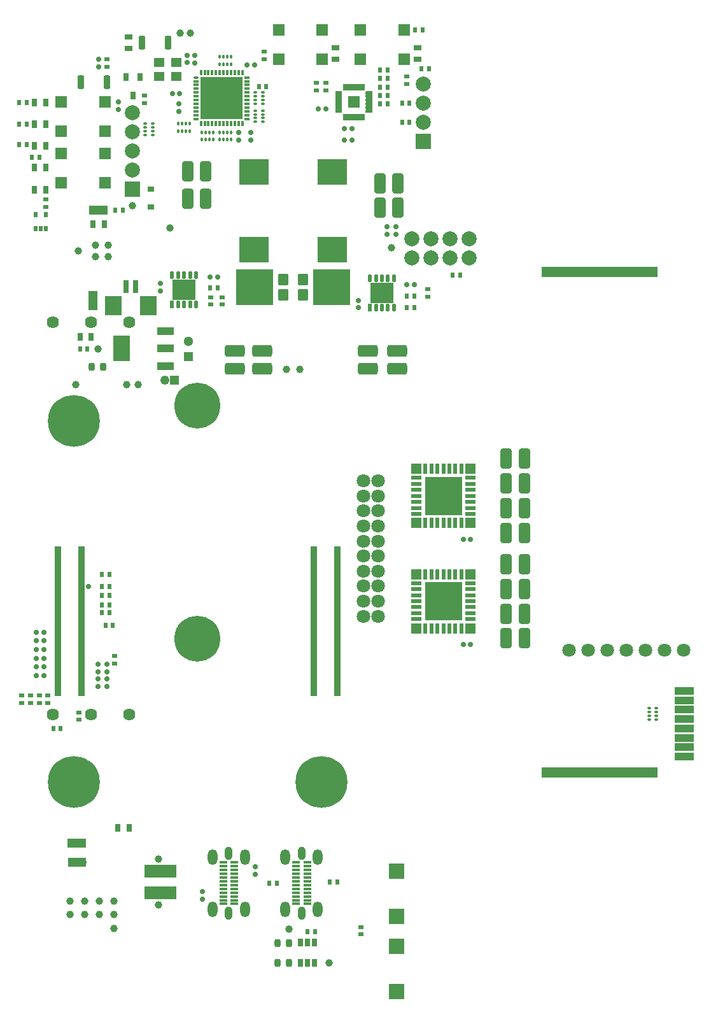
<source format=gts>
G04*
G04 #@! TF.GenerationSoftware,Altium Limited,Altium Designer,24.8.2 (39)*
G04*
G04 Layer_Color=8388736*
%FSLAX43Y43*%
%MOMM*%
G71*
G04*
G04 #@! TF.SameCoordinates,7EB9D47B-AFC8-475C-A275-96F075C7C5C9*
G04*
G04*
G04 #@! TF.FilePolarity,Negative*
G04*
G01*
G75*
%ADD20R,3.100X1.700*%
%ADD21R,1.300X2.550*%
%ADD22R,2.350X1.300*%
%ADD23R,2.900X0.925*%
%ADD24R,0.925X2.900*%
%ADD25R,0.850X19.925*%
%ADD26R,0.825X19.925*%
%ADD27R,0.825X19.925*%
%ADD28R,15.400X1.400*%
%ADD29R,1.050X0.400*%
%ADD30R,0.811X0.329*%
G04:AMPARAMS|DCode=31|XSize=0.6mm|YSize=0.7mm|CornerRadius=0.175mm|HoleSize=0mm|Usage=FLASHONLY|Rotation=180.000|XOffset=0mm|YOffset=0mm|HoleType=Round|Shape=RoundedRectangle|*
%AMROUNDEDRECTD31*
21,1,0.600,0.350,0,0,180.0*
21,1,0.250,0.700,0,0,180.0*
1,1,0.350,-0.125,0.175*
1,1,0.350,0.125,0.175*
1,1,0.350,0.125,-0.175*
1,1,0.350,-0.125,-0.175*
%
%ADD31ROUNDEDRECTD31*%
G04:AMPARAMS|DCode=32|XSize=1.6mm|YSize=2.7mm|CornerRadius=0.425mm|HoleSize=0mm|Usage=FLASHONLY|Rotation=180.000|XOffset=0mm|YOffset=0mm|HoleType=Round|Shape=RoundedRectangle|*
%AMROUNDEDRECTD32*
21,1,1.600,1.850,0,0,180.0*
21,1,0.750,2.700,0,0,180.0*
1,1,0.850,-0.375,0.925*
1,1,0.850,0.375,0.925*
1,1,0.850,0.375,-0.925*
1,1,0.850,-0.375,-0.925*
%
%ADD32ROUNDEDRECTD32*%
G04:AMPARAMS|DCode=33|XSize=0.6mm|YSize=0.7mm|CornerRadius=0.175mm|HoleSize=0mm|Usage=FLASHONLY|Rotation=90.000|XOffset=0mm|YOffset=0mm|HoleType=Round|Shape=RoundedRectangle|*
%AMROUNDEDRECTD33*
21,1,0.600,0.350,0,0,90.0*
21,1,0.250,0.700,0,0,90.0*
1,1,0.350,0.175,0.125*
1,1,0.350,0.175,-0.125*
1,1,0.350,-0.175,-0.125*
1,1,0.350,-0.175,0.125*
%
%ADD33ROUNDEDRECTD33*%
G04:AMPARAMS|DCode=34|XSize=0.8mm|YSize=1.1mm|CornerRadius=0.225mm|HoleSize=0mm|Usage=FLASHONLY|Rotation=0.000|XOffset=0mm|YOffset=0mm|HoleType=Round|Shape=RoundedRectangle|*
%AMROUNDEDRECTD34*
21,1,0.800,0.650,0,0,0.0*
21,1,0.350,1.100,0,0,0.0*
1,1,0.450,0.175,-0.325*
1,1,0.450,-0.175,-0.325*
1,1,0.450,-0.175,0.325*
1,1,0.450,0.175,0.325*
%
%ADD34ROUNDEDRECTD34*%
G04:AMPARAMS|DCode=35|XSize=1.6mm|YSize=2.7mm|CornerRadius=0.425mm|HoleSize=0mm|Usage=FLASHONLY|Rotation=90.000|XOffset=0mm|YOffset=0mm|HoleType=Round|Shape=RoundedRectangle|*
%AMROUNDEDRECTD35*
21,1,1.600,1.850,0,0,90.0*
21,1,0.750,2.700,0,0,90.0*
1,1,0.850,0.925,0.375*
1,1,0.850,0.925,-0.375*
1,1,0.850,-0.925,-0.375*
1,1,0.850,-0.925,0.375*
%
%ADD35ROUNDEDRECTD35*%
%ADD36R,1.400X1.200*%
%ADD37R,2.600X1.100*%
%ADD38R,2.300X2.600*%
%ADD39R,0.700X1.800*%
%ADD40R,1.200X1.700*%
%ADD41R,0.350X1.600*%
%ADD42R,0.550X1.600*%
%ADD43R,0.750X1.050*%
%ADD44R,0.800X1.100*%
%ADD45R,1.100X0.800*%
%ADD46R,0.900X0.700*%
G04:AMPARAMS|DCode=47|XSize=1.8mm|YSize=0.9mm|CornerRadius=0.25mm|HoleSize=0mm|Usage=FLASHONLY|Rotation=90.000|XOffset=0mm|YOffset=0mm|HoleType=Round|Shape=RoundedRectangle|*
%AMROUNDEDRECTD47*
21,1,1.800,0.400,0,0,90.0*
21,1,1.300,0.900,0,0,90.0*
1,1,0.500,0.200,0.650*
1,1,0.500,0.200,-0.650*
1,1,0.500,-0.200,-0.650*
1,1,0.500,-0.200,0.650*
%
%ADD47ROUNDEDRECTD47*%
%ADD48R,1.500X1.500*%
%ADD49R,2.100X2.100*%
%ADD50R,0.600X0.700*%
%ADD51R,0.700X0.600*%
G04:AMPARAMS|DCode=52|XSize=0.35mm|YSize=0.5mm|CornerRadius=0.113mm|HoleSize=0mm|Usage=FLASHONLY|Rotation=90.000|XOffset=0mm|YOffset=0mm|HoleType=Round|Shape=RoundedRectangle|*
%AMROUNDEDRECTD52*
21,1,0.350,0.275,0,0,90.0*
21,1,0.125,0.500,0,0,90.0*
1,1,0.225,0.138,0.063*
1,1,0.225,0.138,-0.063*
1,1,0.225,-0.138,-0.063*
1,1,0.225,-0.138,0.063*
%
%ADD52ROUNDEDRECTD52*%
G04:AMPARAMS|DCode=53|XSize=0.35mm|YSize=0.5mm|CornerRadius=0.113mm|HoleSize=0mm|Usage=FLASHONLY|Rotation=0.000|XOffset=0mm|YOffset=0mm|HoleType=Round|Shape=RoundedRectangle|*
%AMROUNDEDRECTD53*
21,1,0.350,0.275,0,0,0.0*
21,1,0.125,0.500,0,0,0.0*
1,1,0.225,0.063,-0.138*
1,1,0.225,-0.063,-0.138*
1,1,0.225,-0.063,0.138*
1,1,0.225,0.063,0.138*
%
%ADD53ROUNDEDRECTD53*%
%ADD54R,4.000X3.400*%
%ADD55R,1.600X1.600*%
%ADD56R,0.900X0.400*%
%ADD57R,0.400X0.900*%
%ADD58R,0.600X1.400*%
%ADD59R,1.400X1.400*%
%ADD60R,1.400X0.600*%
%ADD61R,1.400X1.400*%
%ADD62R,5.000X5.200*%
%ADD63R,2.250X3.400*%
%ADD64R,2.250X1.100*%
%ADD65R,5.700X5.700*%
G04:AMPARAMS|DCode=66|XSize=0.4mm|YSize=0.65mm|CornerRadius=0.125mm|HoleSize=0mm|Usage=FLASHONLY|Rotation=90.000|XOffset=0mm|YOffset=0mm|HoleType=Round|Shape=RoundedRectangle|*
%AMROUNDEDRECTD66*
21,1,0.400,0.400,0,0,90.0*
21,1,0.150,0.650,0,0,90.0*
1,1,0.250,0.200,0.075*
1,1,0.250,0.200,-0.075*
1,1,0.250,-0.200,-0.075*
1,1,0.250,-0.200,0.075*
%
%ADD66ROUNDEDRECTD66*%
%ADD67R,0.400X0.650*%
%ADD68R,0.650X0.400*%
%ADD69R,0.700X1.100*%
G04:AMPARAMS|DCode=70|XSize=4.9mm|YSize=4.82mm|CornerRadius=0.074mm|HoleSize=0mm|Usage=FLASHONLY|Rotation=0.000|XOffset=0mm|YOffset=0mm|HoleType=Round|Shape=RoundedRectangle|*
%AMROUNDEDRECTD70*
21,1,4.900,4.673,0,0,0.0*
21,1,4.753,4.820,0,0,0.0*
1,1,0.147,2.376,-2.336*
1,1,0.147,-2.376,-2.336*
1,1,0.147,-2.376,2.336*
1,1,0.147,2.376,2.336*
%
%ADD70ROUNDEDRECTD70*%
G04:AMPARAMS|DCode=71|XSize=1.5mm|YSize=1.37mm|CornerRadius=0.056mm|HoleSize=0mm|Usage=FLASHONLY|Rotation=90.000|XOffset=0mm|YOffset=0mm|HoleType=Round|Shape=RoundedRectangle|*
%AMROUNDEDRECTD71*
21,1,1.500,1.257,0,0,90.0*
21,1,1.387,1.370,0,0,90.0*
1,1,0.113,0.629,0.694*
1,1,0.113,0.629,-0.694*
1,1,0.113,-0.629,-0.694*
1,1,0.113,-0.629,0.694*
%
%ADD71ROUNDEDRECTD71*%
G04:AMPARAMS|DCode=72|XSize=0.51mm|YSize=1.01mm|CornerRadius=0.124mm|HoleSize=0mm|Usage=FLASHONLY|Rotation=180.000|XOffset=0mm|YOffset=0mm|HoleType=Round|Shape=RoundedRectangle|*
%AMROUNDEDRECTD72*
21,1,0.510,0.763,0,0,180.0*
21,1,0.263,1.010,0,0,180.0*
1,1,0.248,-0.131,0.381*
1,1,0.248,0.131,0.381*
1,1,0.248,0.131,-0.381*
1,1,0.248,-0.131,-0.381*
%
%ADD72ROUNDEDRECTD72*%
%ADD73R,0.510X1.010*%
%ADD74R,3.100X2.700*%
%ADD75R,0.520X0.700*%
%ADD76O,1.000X1.800*%
%ADD77O,1.300X2.100*%
%ADD78C,6.900*%
%ADD79C,2.000*%
%ADD80R,2.000X2.000*%
%ADD81C,1.800*%
%ADD82C,0.950*%
%ADD83R,0.950X0.950*%
%ADD84C,1.300*%
%ADD85R,1.300X1.300*%
%ADD86C,1.000*%
%ADD87C,1.220*%
%ADD88R,1.220X1.220*%
%ADD89C,0.100*%
%ADD90C,1.624*%
%ADD91R,1.220X1.220*%
%ADD92C,6.100*%
%ADD93C,0.700*%
D20*
X20000Y20375D02*
D03*
X20000Y17550D02*
D03*
D21*
X11600Y96300D02*
D03*
D22*
X12275Y108275D02*
D03*
X9500Y21575D02*
D03*
X9475Y24125D02*
D03*
D23*
X46277Y120633D02*
D03*
X46270Y124664D02*
D03*
D24*
X48290Y122661D02*
D03*
X44263Y122650D02*
D03*
D25*
X44075Y53638D02*
D03*
D26*
X40987D02*
D03*
D27*
X10038D02*
D03*
X6963D02*
D03*
D28*
X79000Y33504D02*
D03*
Y100100D02*
D03*
D29*
X40085Y18550D02*
D03*
Y18050D02*
D03*
Y17550D02*
D03*
Y17050D02*
D03*
Y16550D02*
D03*
Y16050D02*
D03*
Y21550D02*
D03*
Y21050D02*
D03*
Y20550D02*
D03*
Y20050D02*
D03*
Y19550D02*
D03*
Y19050D02*
D03*
X38575Y18550D02*
D03*
Y18050D02*
D03*
Y17550D02*
D03*
Y17050D02*
D03*
Y16550D02*
D03*
Y16050D02*
D03*
Y21550D02*
D03*
Y21050D02*
D03*
Y20550D02*
D03*
Y20050D02*
D03*
Y19550D02*
D03*
Y19050D02*
D03*
X28900D02*
D03*
Y19550D02*
D03*
Y20050D02*
D03*
Y20550D02*
D03*
Y21050D02*
D03*
Y21550D02*
D03*
Y16050D02*
D03*
Y16550D02*
D03*
Y17050D02*
D03*
Y17550D02*
D03*
Y18050D02*
D03*
Y18550D02*
D03*
X30410Y19050D02*
D03*
Y19550D02*
D03*
Y20050D02*
D03*
Y20550D02*
D03*
Y21050D02*
D03*
Y21550D02*
D03*
Y16050D02*
D03*
Y16550D02*
D03*
Y17050D02*
D03*
Y17550D02*
D03*
Y18050D02*
D03*
Y18550D02*
D03*
D30*
X10030Y60643D02*
D03*
X6950Y61042D02*
D03*
X10030D02*
D03*
Y46643D02*
D03*
Y45842D02*
D03*
Y45043D02*
D03*
Y44243D02*
D03*
Y46243D02*
D03*
Y44643D02*
D03*
Y47042D02*
D03*
Y47443D02*
D03*
Y47843D02*
D03*
Y48243D02*
D03*
Y43843D02*
D03*
Y45443D02*
D03*
Y48643D02*
D03*
Y49842D02*
D03*
Y50243D02*
D03*
Y50643D02*
D03*
Y51042D02*
D03*
Y51443D02*
D03*
Y51842D02*
D03*
Y52243D02*
D03*
Y52643D02*
D03*
Y53042D02*
D03*
Y53842D02*
D03*
Y53443D02*
D03*
X6950Y48643D02*
D03*
Y49043D02*
D03*
Y49443D02*
D03*
Y49842D02*
D03*
Y50243D02*
D03*
Y50643D02*
D03*
Y51042D02*
D03*
Y51443D02*
D03*
Y51842D02*
D03*
Y52243D02*
D03*
Y52643D02*
D03*
Y53443D02*
D03*
Y53042D02*
D03*
Y53842D02*
D03*
X10030Y49043D02*
D03*
Y49443D02*
D03*
X6950Y54243D02*
D03*
Y54643D02*
D03*
Y55042D02*
D03*
Y55443D02*
D03*
Y55842D02*
D03*
Y56243D02*
D03*
Y56643D02*
D03*
Y57042D02*
D03*
Y57443D02*
D03*
Y57842D02*
D03*
Y58243D02*
D03*
Y58643D02*
D03*
Y59042D02*
D03*
Y59443D02*
D03*
Y59842D02*
D03*
Y60243D02*
D03*
X10030Y58643D02*
D03*
Y54643D02*
D03*
Y55042D02*
D03*
Y55443D02*
D03*
Y55842D02*
D03*
Y56243D02*
D03*
Y56643D02*
D03*
Y57042D02*
D03*
Y57443D02*
D03*
Y57842D02*
D03*
Y58243D02*
D03*
Y54243D02*
D03*
Y59042D02*
D03*
Y59443D02*
D03*
Y59842D02*
D03*
Y60243D02*
D03*
X6950Y60643D02*
D03*
X10030Y61443D02*
D03*
X6950D02*
D03*
X10030Y62643D02*
D03*
X6950Y62243D02*
D03*
X10030Y63042D02*
D03*
Y63443D02*
D03*
X6950Y61842D02*
D03*
Y62643D02*
D03*
Y63443D02*
D03*
X10030Y61842D02*
D03*
Y62243D02*
D03*
X6950Y63042D02*
D03*
Y44243D02*
D03*
Y46643D02*
D03*
Y45443D02*
D03*
Y45842D02*
D03*
Y45043D02*
D03*
Y43843D02*
D03*
Y44643D02*
D03*
Y46243D02*
D03*
Y47042D02*
D03*
Y47443D02*
D03*
Y47843D02*
D03*
Y48243D02*
D03*
X44068Y61842D02*
D03*
X40988D02*
D03*
Y63042D02*
D03*
Y61443D02*
D03*
X44068D02*
D03*
Y62243D02*
D03*
X40988D02*
D03*
X44068Y63443D02*
D03*
Y63042D02*
D03*
X40988Y62643D02*
D03*
X44068D02*
D03*
X40988Y63443D02*
D03*
Y61042D02*
D03*
X44068D02*
D03*
X40988Y60643D02*
D03*
X44068D02*
D03*
Y60243D02*
D03*
Y59842D02*
D03*
Y59443D02*
D03*
Y59042D02*
D03*
Y58643D02*
D03*
Y58243D02*
D03*
Y57842D02*
D03*
Y57443D02*
D03*
Y57042D02*
D03*
Y56643D02*
D03*
Y56243D02*
D03*
Y55842D02*
D03*
Y55443D02*
D03*
Y55042D02*
D03*
Y54643D02*
D03*
X40988Y60243D02*
D03*
Y59842D02*
D03*
Y59443D02*
D03*
Y59042D02*
D03*
Y58643D02*
D03*
Y58243D02*
D03*
Y57842D02*
D03*
Y57443D02*
D03*
Y57042D02*
D03*
Y56243D02*
D03*
Y55842D02*
D03*
Y56643D02*
D03*
Y55042D02*
D03*
Y54643D02*
D03*
Y55443D02*
D03*
X44068Y54243D02*
D03*
X40988D02*
D03*
X44068Y53842D02*
D03*
X40988D02*
D03*
X44068Y53443D02*
D03*
X40988D02*
D03*
X44068Y53042D02*
D03*
X40988D02*
D03*
Y52643D02*
D03*
X44068D02*
D03*
X40988Y52243D02*
D03*
X44068D02*
D03*
X40988Y51842D02*
D03*
X44068D02*
D03*
Y51443D02*
D03*
X40988D02*
D03*
X44068Y51042D02*
D03*
Y50643D02*
D03*
Y50243D02*
D03*
Y49842D02*
D03*
Y49443D02*
D03*
Y49043D02*
D03*
Y48643D02*
D03*
Y48243D02*
D03*
Y46243D02*
D03*
Y45443D02*
D03*
Y45043D02*
D03*
Y47443D02*
D03*
Y47843D02*
D03*
Y44643D02*
D03*
Y44243D02*
D03*
Y47042D02*
D03*
Y46643D02*
D03*
Y43843D02*
D03*
Y45842D02*
D03*
X40988Y51042D02*
D03*
Y48643D02*
D03*
Y48243D02*
D03*
Y44243D02*
D03*
Y43843D02*
D03*
Y47843D02*
D03*
Y47443D02*
D03*
Y46643D02*
D03*
Y46243D02*
D03*
Y45443D02*
D03*
Y45043D02*
D03*
Y45842D02*
D03*
Y50643D02*
D03*
Y50243D02*
D03*
Y49842D02*
D03*
Y49443D02*
D03*
Y49043D02*
D03*
Y47042D02*
D03*
Y44643D02*
D03*
D31*
X45025Y117600D02*
D03*
X46025D02*
D03*
X45025Y119145D02*
D03*
X46025D02*
D03*
X42575Y121725D02*
D03*
X41575D02*
D03*
X61827Y50528D02*
D03*
X60827D02*
D03*
X61827Y64494D02*
D03*
X60827D02*
D03*
X5038Y48720D02*
D03*
X4038D02*
D03*
X5038Y47570D02*
D03*
X4038D02*
D03*
X5038Y46420D02*
D03*
X4038D02*
D03*
X5038Y52170D02*
D03*
X4038D02*
D03*
X5038Y51020D02*
D03*
X4038D02*
D03*
X5038Y49870D02*
D03*
X4038D02*
D03*
X28200Y99425D02*
D03*
X27200D02*
D03*
X54300Y98400D02*
D03*
X53300D02*
D03*
X32075Y127600D02*
D03*
X33075D02*
D03*
X23125Y123800D02*
D03*
X22125D02*
D03*
D32*
X66550Y65350D02*
D03*
X68950D02*
D03*
X66550Y51350D02*
D03*
X68950D02*
D03*
X66550Y68650D02*
D03*
X68950D02*
D03*
X66550Y54650D02*
D03*
X68950D02*
D03*
X66550Y71950D02*
D03*
X68950D02*
D03*
X66550Y57950D02*
D03*
X68950D02*
D03*
X66550Y75250D02*
D03*
X68950D02*
D03*
X66550Y61250D02*
D03*
X68950D02*
D03*
X26600Y109800D02*
D03*
X24200D02*
D03*
X49750Y111875D02*
D03*
X52150D02*
D03*
X26600Y113475D02*
D03*
X24200D02*
D03*
X49750Y108600D02*
D03*
X52150D02*
D03*
D33*
X13420Y45975D02*
D03*
Y44975D02*
D03*
X12275Y45975D02*
D03*
Y44975D02*
D03*
Y46925D02*
D03*
Y47925D02*
D03*
X13430Y46925D02*
D03*
Y47925D02*
D03*
X51925Y105100D02*
D03*
Y106100D02*
D03*
X50670Y105100D02*
D03*
Y106100D02*
D03*
X20575Y97525D02*
D03*
Y98525D02*
D03*
X46925Y95300D02*
D03*
Y96300D02*
D03*
X32575Y118600D02*
D03*
Y117600D02*
D03*
X23005Y121425D02*
D03*
Y122425D02*
D03*
X25125Y127875D02*
D03*
Y128875D02*
D03*
X30950Y118600D02*
D03*
Y117600D02*
D03*
X24125Y127900D02*
D03*
Y128900D02*
D03*
X12375Y127325D02*
D03*
Y128325D02*
D03*
X14975Y122675D02*
D03*
Y121675D02*
D03*
X33180Y20000D02*
D03*
Y21000D02*
D03*
X26125Y16700D02*
D03*
Y17700D02*
D03*
D34*
X12903Y87447D02*
D03*
X11403D02*
D03*
X37650Y10875D02*
D03*
X36150D02*
D03*
X37650Y8200D02*
D03*
X36150D02*
D03*
D35*
X30475Y89575D02*
D03*
Y87175D02*
D03*
X48175Y89575D02*
D03*
Y87175D02*
D03*
X34100Y89575D02*
D03*
Y87175D02*
D03*
X52025Y89575D02*
D03*
Y87175D02*
D03*
D36*
X20400Y126100D02*
D03*
Y127900D02*
D03*
X22700D02*
D03*
Y126100D02*
D03*
D37*
X90250Y35625D02*
D03*
Y36875D02*
D03*
Y38125D02*
D03*
Y39375D02*
D03*
Y40625D02*
D03*
Y43125D02*
D03*
Y44375D02*
D03*
Y41875D02*
D03*
D38*
X18975Y95625D02*
D03*
X14325D02*
D03*
D39*
X17275Y98125D02*
D03*
X16025D02*
D03*
D40*
X22050Y20375D02*
D03*
X22050Y17550D02*
D03*
D41*
X20300Y20375D02*
D03*
X20300Y17550D02*
D03*
D42*
X18800Y20375D02*
D03*
X18800Y17550D02*
D03*
D43*
X17850Y126020D02*
D03*
X15950D02*
D03*
X16900Y123550D02*
D03*
D44*
X9850Y91450D02*
D03*
X11350D02*
D03*
X14925Y26200D02*
D03*
X16425D02*
D03*
X11625Y106450D02*
D03*
X13125D02*
D03*
X3800Y111025D02*
D03*
X5300D02*
D03*
X3800Y113925D02*
D03*
X5300D02*
D03*
X3800Y116825D02*
D03*
X5300D02*
D03*
X3800Y119725D02*
D03*
X5300D02*
D03*
X3800Y122625D02*
D03*
X5300D02*
D03*
D45*
X43875Y128335D02*
D03*
Y129835D02*
D03*
X54775Y128335D02*
D03*
Y129835D02*
D03*
X16325Y129825D02*
D03*
Y131325D02*
D03*
D46*
X19300Y108725D02*
D03*
Y111075D02*
D03*
D47*
X21575Y130525D02*
D03*
X18075D02*
D03*
X13475Y125275D02*
D03*
X9975D02*
D03*
D48*
X52975Y132235D02*
D03*
X47175D02*
D03*
X52975Y128335D02*
D03*
X47175D02*
D03*
X42075Y132235D02*
D03*
X36275D02*
D03*
X42075Y128335D02*
D03*
X36275D02*
D03*
X7375Y111925D02*
D03*
X13175D02*
D03*
X7375Y115825D02*
D03*
X13175D02*
D03*
X7375Y118775D02*
D03*
X13175D02*
D03*
X7375Y122675D02*
D03*
X13175D02*
D03*
D49*
X52000Y14400D02*
D03*
Y20400D02*
D03*
Y10375D02*
D03*
Y4375D02*
D03*
D50*
X6300Y39400D02*
D03*
X7300D02*
D03*
X9850Y89850D02*
D03*
X10850D02*
D03*
X14555Y108275D02*
D03*
X15555D02*
D03*
X54450Y132225D02*
D03*
X55450D02*
D03*
X55275Y127050D02*
D03*
X56275D02*
D03*
X52700Y119980D02*
D03*
X53700D02*
D03*
X52700Y122520D02*
D03*
X53700D02*
D03*
X50750Y126900D02*
D03*
X49750D02*
D03*
X50750Y125775D02*
D03*
X49750D02*
D03*
X50750Y124650D02*
D03*
X49750D02*
D03*
X50750Y123525D02*
D03*
X49750D02*
D03*
X50750Y122400D02*
D03*
X49750D02*
D03*
X12750Y54750D02*
D03*
X13750D02*
D03*
X60400Y99675D02*
D03*
X59400D02*
D03*
X12750Y59850D02*
D03*
X13750D02*
D03*
X3475Y115350D02*
D03*
X4475D02*
D03*
X27200Y97925D02*
D03*
X28200D02*
D03*
X53300Y96847D02*
D03*
X54300D02*
D03*
X2775Y117000D02*
D03*
X1775D02*
D03*
X2775Y119725D02*
D03*
X1775D02*
D03*
X54300Y95300D02*
D03*
X53300D02*
D03*
X2775Y122625D02*
D03*
X1775D02*
D03*
X34650Y124700D02*
D03*
X33650D02*
D03*
X41125Y12325D02*
D03*
X40125D02*
D03*
X44100Y19000D02*
D03*
X43100D02*
D03*
X35075Y18800D02*
D03*
X36075D02*
D03*
X13750Y55825D02*
D03*
X12750D02*
D03*
X13750Y57025D02*
D03*
X12750D02*
D03*
X12750Y58225D02*
D03*
X13750D02*
D03*
X13250Y53050D02*
D03*
X14250D02*
D03*
D51*
X53300Y126060D02*
D03*
Y125060D02*
D03*
X41300Y125200D02*
D03*
Y124200D02*
D03*
X42575Y124200D02*
D03*
Y125200D02*
D03*
X5300Y108700D02*
D03*
Y109700D02*
D03*
X14500Y49000D02*
D03*
Y48000D02*
D03*
X4442Y43775D02*
D03*
Y42775D02*
D03*
X9750Y41525D02*
D03*
Y40525D02*
D03*
X3283Y43775D02*
D03*
Y42775D02*
D03*
X2125Y43775D02*
D03*
Y42775D02*
D03*
X5600Y43775D02*
D03*
Y42775D02*
D03*
X28800Y96725D02*
D03*
Y95725D02*
D03*
X56100Y96798D02*
D03*
Y97798D02*
D03*
X27265Y96725D02*
D03*
Y95725D02*
D03*
X34400Y128350D02*
D03*
Y129350D02*
D03*
X13475Y128325D02*
D03*
Y127325D02*
D03*
X18475Y122550D02*
D03*
Y123550D02*
D03*
X47250Y12986D02*
D03*
Y11986D02*
D03*
D52*
X86552Y42050D02*
D03*
Y41550D02*
D03*
Y41050D02*
D03*
X86552Y40550D02*
D03*
X85550Y42050D02*
D03*
Y41550D02*
D03*
Y41050D02*
D03*
Y40550D02*
D03*
X34152Y121525D02*
D03*
Y121025D02*
D03*
Y120525D02*
D03*
X34152Y120025D02*
D03*
X33150Y121525D02*
D03*
Y121025D02*
D03*
Y120525D02*
D03*
Y120025D02*
D03*
X34152Y123925D02*
D03*
Y123425D02*
D03*
Y122925D02*
D03*
X34152Y122425D02*
D03*
X33150Y123925D02*
D03*
Y123425D02*
D03*
Y122925D02*
D03*
Y122425D02*
D03*
X18548Y118275D02*
D03*
Y118775D02*
D03*
Y119275D02*
D03*
X18548Y119775D02*
D03*
X19550Y118275D02*
D03*
Y118775D02*
D03*
Y119275D02*
D03*
Y119775D02*
D03*
D53*
X29950Y117648D02*
D03*
X29450D02*
D03*
X28950D02*
D03*
X28450Y117648D02*
D03*
X29950Y118650D02*
D03*
X29450D02*
D03*
X28950D02*
D03*
X28450D02*
D03*
X28450Y128702D02*
D03*
X28950D02*
D03*
X29450D02*
D03*
X29950Y128702D02*
D03*
X28450Y127700D02*
D03*
X28950D02*
D03*
X29450D02*
D03*
X29950D02*
D03*
X27550Y117650D02*
D03*
X27050D02*
D03*
X26550D02*
D03*
X26050Y117650D02*
D03*
X27550Y118652D02*
D03*
X27050D02*
D03*
X26550D02*
D03*
X26050D02*
D03*
X24425Y118798D02*
D03*
X23925D02*
D03*
X23425D02*
D03*
X22925Y118798D02*
D03*
X24425Y119800D02*
D03*
X23925D02*
D03*
X23425D02*
D03*
X22925D02*
D03*
D54*
X33025Y113400D02*
D03*
Y103000D02*
D03*
X43400Y113400D02*
D03*
Y103000D02*
D03*
D55*
X46275Y122650D02*
D03*
D56*
X48275Y123900D02*
D03*
Y123400D02*
D03*
Y122900D02*
D03*
Y122400D02*
D03*
Y121900D02*
D03*
Y121400D02*
D03*
X44275D02*
D03*
Y121900D02*
D03*
Y122400D02*
D03*
Y122900D02*
D03*
Y123400D02*
D03*
Y123900D02*
D03*
D57*
X47525Y120650D02*
D03*
X47025D02*
D03*
X46525D02*
D03*
X46025D02*
D03*
X45525D02*
D03*
X45025D02*
D03*
Y124650D02*
D03*
X45525D02*
D03*
X46025D02*
D03*
X46525D02*
D03*
X47025D02*
D03*
X47525D02*
D03*
D58*
X60600Y52698D02*
D03*
X59800D02*
D03*
X59000D02*
D03*
X58200D02*
D03*
X57400D02*
D03*
X56600D02*
D03*
X55800D02*
D03*
Y59898D02*
D03*
X56600D02*
D03*
X57400D02*
D03*
X58200D02*
D03*
X59000D02*
D03*
X59800D02*
D03*
X60600D02*
D03*
Y66698D02*
D03*
X59800D02*
D03*
X59000D02*
D03*
X58200D02*
D03*
X57400D02*
D03*
X56600D02*
D03*
X55800D02*
D03*
Y73898D02*
D03*
X56600D02*
D03*
X57400D02*
D03*
X58200D02*
D03*
X59000D02*
D03*
X59800D02*
D03*
X60600D02*
D03*
D59*
X54600Y52698D02*
D03*
X61800Y59898D02*
D03*
Y52698D02*
D03*
X54600Y66698D02*
D03*
X61800Y73898D02*
D03*
Y66698D02*
D03*
D60*
X54600Y53898D02*
D03*
Y54698D02*
D03*
Y55498D02*
D03*
Y56298D02*
D03*
Y57098D02*
D03*
Y57898D02*
D03*
Y58698D02*
D03*
X61800D02*
D03*
Y57898D02*
D03*
Y57098D02*
D03*
Y56298D02*
D03*
Y55498D02*
D03*
Y54698D02*
D03*
Y53898D02*
D03*
X54600Y67898D02*
D03*
Y68698D02*
D03*
Y69498D02*
D03*
Y70298D02*
D03*
Y71098D02*
D03*
Y71898D02*
D03*
Y72698D02*
D03*
X61800D02*
D03*
Y71898D02*
D03*
Y71098D02*
D03*
Y70298D02*
D03*
Y69498D02*
D03*
Y68698D02*
D03*
Y67898D02*
D03*
D61*
X54600Y59898D02*
D03*
Y73898D02*
D03*
D62*
X58200Y56298D02*
D03*
Y70298D02*
D03*
D63*
X15375Y89885D02*
D03*
D64*
X21225Y92185D02*
D03*
Y89885D02*
D03*
Y87585D02*
D03*
D65*
X28700Y123175D02*
D03*
D66*
X25325Y125925D02*
D03*
D67*
X25950Y126550D02*
D03*
X26450D02*
D03*
X26950D02*
D03*
X27450D02*
D03*
X27950D02*
D03*
X28450D02*
D03*
X28950D02*
D03*
X29450D02*
D03*
X29950D02*
D03*
X30450D02*
D03*
X30950D02*
D03*
X31450D02*
D03*
Y119800D02*
D03*
X30950D02*
D03*
X30450D02*
D03*
X29950D02*
D03*
X29450D02*
D03*
X28950D02*
D03*
X28450D02*
D03*
X27950D02*
D03*
X27450D02*
D03*
X26950D02*
D03*
X26450D02*
D03*
X25950D02*
D03*
D68*
X32075Y125925D02*
D03*
Y125425D02*
D03*
Y124925D02*
D03*
Y124425D02*
D03*
Y123925D02*
D03*
Y123425D02*
D03*
Y122925D02*
D03*
Y122425D02*
D03*
Y121925D02*
D03*
Y121425D02*
D03*
Y120925D02*
D03*
Y120425D02*
D03*
X25325D02*
D03*
Y120925D02*
D03*
Y121425D02*
D03*
Y121925D02*
D03*
Y122425D02*
D03*
Y122925D02*
D03*
Y123425D02*
D03*
Y123925D02*
D03*
Y124425D02*
D03*
Y124925D02*
D03*
Y125425D02*
D03*
D69*
X39175Y10900D02*
D03*
X40125D02*
D03*
X41075D02*
D03*
Y8200D02*
D03*
X40125D02*
D03*
X39175D02*
D03*
D70*
X43310Y98060D02*
D03*
X33115Y98035D02*
D03*
D71*
X39550Y97020D02*
D03*
Y99100D02*
D03*
X36875Y99075D02*
D03*
Y96995D02*
D03*
D72*
X25300Y99675D02*
D03*
X24500D02*
D03*
X23700D02*
D03*
X22900D02*
D03*
X22100D02*
D03*
X22900Y95725D02*
D03*
X23700D02*
D03*
X24500D02*
D03*
X25300D02*
D03*
X51625Y99250D02*
D03*
X50825D02*
D03*
X50025D02*
D03*
X49225D02*
D03*
X48425D02*
D03*
X49225Y95300D02*
D03*
X50025D02*
D03*
X50825D02*
D03*
X51625D02*
D03*
D73*
X22100Y95725D02*
D03*
X48425Y95300D02*
D03*
D74*
X23700Y97700D02*
D03*
X50025Y97275D02*
D03*
D75*
X4000Y105800D02*
D03*
X4650D02*
D03*
X5300D02*
D03*
Y107700D02*
D03*
X4000D02*
D03*
D76*
X39330Y22750D02*
D03*
Y14850D02*
D03*
X29655D02*
D03*
Y22750D02*
D03*
D77*
X41480Y15350D02*
D03*
Y22250D02*
D03*
X37180D02*
D03*
Y15350D02*
D03*
X27505D02*
D03*
Y22250D02*
D03*
X31805D02*
D03*
Y15350D02*
D03*
D78*
X9018Y80250D02*
D03*
Y32250D02*
D03*
X42000D02*
D03*
D79*
X55525Y125060D02*
D03*
Y122520D02*
D03*
Y119980D02*
D03*
X61620Y101960D02*
D03*
Y104500D02*
D03*
X54000Y101960D02*
D03*
X56540D02*
D03*
X59080D02*
D03*
Y104500D02*
D03*
X56540D02*
D03*
X54000D02*
D03*
X16800Y113660D02*
D03*
Y116200D02*
D03*
Y118740D02*
D03*
Y121280D02*
D03*
D80*
X55525Y117440D02*
D03*
X16800Y111120D02*
D03*
D81*
X90120Y49775D02*
D03*
X87580D02*
D03*
X85040D02*
D03*
X79960D02*
D03*
X82500D02*
D03*
X77420D02*
D03*
X74880D02*
D03*
X47553Y54298D02*
D03*
X49553D02*
D03*
X47553Y56298D02*
D03*
X49553D02*
D03*
X47553Y58298D02*
D03*
X49553D02*
D03*
X47553Y60298D02*
D03*
X49553D02*
D03*
X47553Y62298D02*
D03*
X49553D02*
D03*
X47553Y64298D02*
D03*
X49553D02*
D03*
X47553Y66298D02*
D03*
X49553D02*
D03*
X47553Y68298D02*
D03*
X49553D02*
D03*
X47553Y70298D02*
D03*
X49553D02*
D03*
X47553Y72298D02*
D03*
X49553D02*
D03*
D82*
X76000Y33500D02*
D03*
X75000D02*
D03*
X74000D02*
D03*
X73000D02*
D03*
X72000D02*
D03*
X77000D02*
D03*
X85000D02*
D03*
X84000D02*
D03*
X83000D02*
D03*
X82000D02*
D03*
X81000D02*
D03*
X80000D02*
D03*
X79000D02*
D03*
X78000D02*
D03*
X82000Y100096D02*
D03*
X83000D02*
D03*
X84000D02*
D03*
X85000D02*
D03*
X86000D02*
D03*
X81000D02*
D03*
X73000D02*
D03*
X74000D02*
D03*
X75000D02*
D03*
X76000D02*
D03*
X77000D02*
D03*
X78000D02*
D03*
X79000D02*
D03*
X80000D02*
D03*
D83*
X86000Y33500D02*
D03*
X72000Y100096D02*
D03*
D84*
X24325Y90825D02*
D03*
D85*
Y88825D02*
D03*
D86*
X24525Y131850D02*
D03*
X23175D02*
D03*
X11950Y103600D02*
D03*
X13625Y103600D02*
D03*
X11950Y102075D02*
D03*
X13625D02*
D03*
X9325Y85075D02*
D03*
X9650Y102837D02*
D03*
X14400Y16450D02*
D03*
Y14675D02*
D03*
X51325Y103250D02*
D03*
X21800Y105950D02*
D03*
X12300Y89850D02*
D03*
X14400Y12800D02*
D03*
X16800Y108850D02*
D03*
X20300Y15900D02*
D03*
Y22000D02*
D03*
X37650Y12675D02*
D03*
X42975Y8200D02*
D03*
X12442Y14675D02*
D03*
Y16450D02*
D03*
X10483Y14675D02*
D03*
Y16450D02*
D03*
X8525Y14675D02*
D03*
Y16450D02*
D03*
X37300Y87125D02*
D03*
X39075D02*
D03*
X16100Y85075D02*
D03*
X17575D02*
D03*
D87*
X11630Y108275D02*
D03*
X10100Y24125D02*
D03*
X10125Y21575D02*
D03*
X21155Y85650D02*
D03*
X11600Y95670D02*
D03*
D88*
X12900Y108275D02*
D03*
X8830Y24125D02*
D03*
X8855Y21575D02*
D03*
X22425Y85650D02*
D03*
D89*
X19825Y130525D02*
D03*
X11725Y125275D02*
D03*
D90*
X6270Y41195D02*
D03*
X16430D02*
D03*
X11350D02*
D03*
X6270Y93395D02*
D03*
X16430D02*
D03*
X11350D02*
D03*
D91*
X11600Y96940D02*
D03*
D92*
X25509Y51302D02*
D03*
X25509Y82302D02*
D03*
D93*
X26500Y125375D02*
D03*
X28700D02*
D03*
X30900D02*
D03*
X27600Y124275D02*
D03*
X29800D02*
D03*
X26500Y123175D02*
D03*
X28700D02*
D03*
X30900D02*
D03*
X27600Y122075D02*
D03*
X29800D02*
D03*
X26500Y120975D02*
D03*
X28700D02*
D03*
X30900D02*
D03*
X10975Y58250D02*
D03*
X46275Y122650D02*
D03*
M02*

</source>
